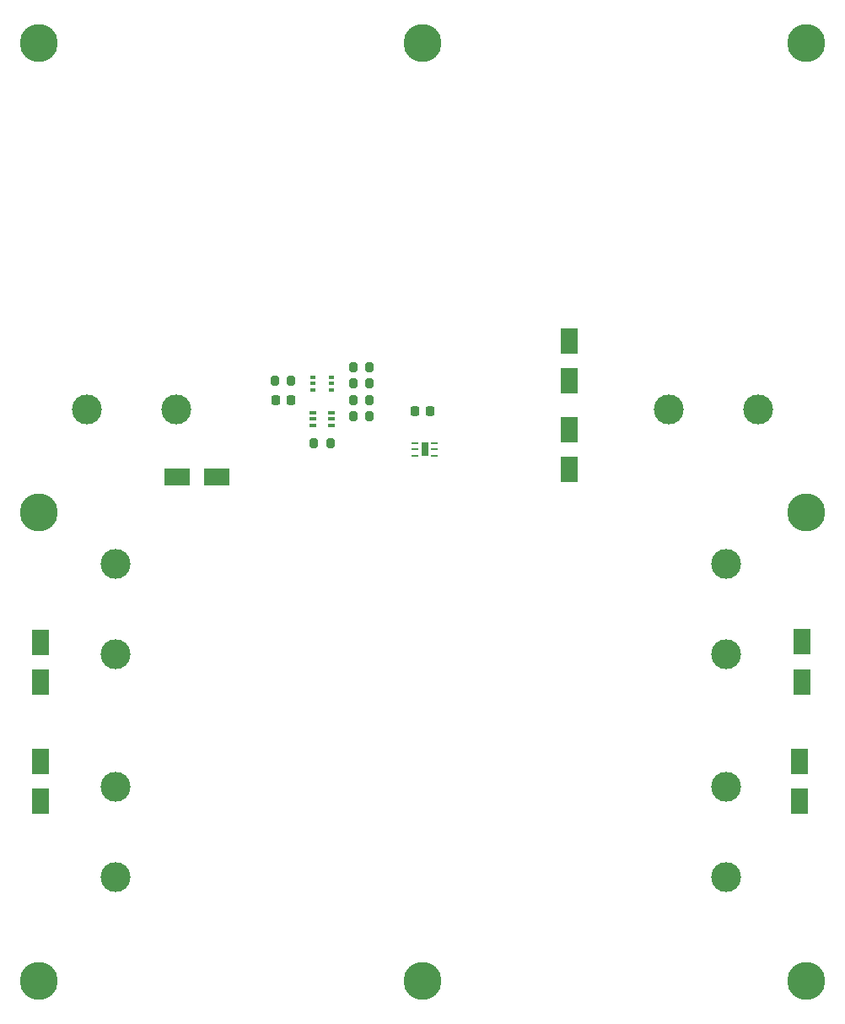
<source format=gts>
%TF.GenerationSoftware,KiCad,Pcbnew,(6.0.5)*%
%TF.CreationDate,2022-07-09T16:18:47-07:00*%
%TF.ProjectId,solar-panel-side-Y-minus,736f6c61-722d-4706-916e-656c2d736964,rev?*%
%TF.SameCoordinates,Original*%
%TF.FileFunction,Soldermask,Top*%
%TF.FilePolarity,Negative*%
%FSLAX46Y46*%
G04 Gerber Fmt 4.6, Leading zero omitted, Abs format (unit mm)*
G04 Created by KiCad (PCBNEW (6.0.5)) date 2022-07-09 16:18:47*
%MOMM*%
%LPD*%
G01*
G04 APERTURE LIST*
G04 Aperture macros list*
%AMRoundRect*
0 Rectangle with rounded corners*
0 $1 Rounding radius*
0 $2 $3 $4 $5 $6 $7 $8 $9 X,Y pos of 4 corners*
0 Add a 4 corners polygon primitive as box body*
4,1,4,$2,$3,$4,$5,$6,$7,$8,$9,$2,$3,0*
0 Add four circle primitives for the rounded corners*
1,1,$1+$1,$2,$3*
1,1,$1+$1,$4,$5*
1,1,$1+$1,$6,$7*
1,1,$1+$1,$8,$9*
0 Add four rect primitives between the rounded corners*
20,1,$1+$1,$2,$3,$4,$5,0*
20,1,$1+$1,$4,$5,$6,$7,0*
20,1,$1+$1,$6,$7,$8,$9,0*
20,1,$1+$1,$8,$9,$2,$3,0*%
G04 Aperture macros list end*
%ADD10C,3.000000*%
%ADD11R,1.700000X2.500000*%
%ADD12C,3.800000*%
%ADD13C,2.600000*%
%ADD14RoundRect,0.225000X-0.225000X-0.250000X0.225000X-0.250000X0.225000X0.250000X-0.225000X0.250000X0*%
%ADD15R,2.500000X1.700000*%
%ADD16RoundRect,0.200000X0.200000X0.275000X-0.200000X0.275000X-0.200000X-0.275000X0.200000X-0.275000X0*%
%ADD17RoundRect,0.200000X-0.200000X-0.275000X0.200000X-0.275000X0.200000X0.275000X-0.200000X0.275000X0*%
%ADD18R,0.600000X0.400000*%
%ADD19R,0.650000X0.400000*%
%ADD20RoundRect,0.225000X0.225000X0.250000X-0.225000X0.250000X-0.225000X-0.250000X0.225000X-0.250000X0*%
%ADD21R,0.740000X0.270000*%
%ADD22R,0.650000X1.350000*%
G04 APERTURE END LIST*
D10*
X177846000Y-124786000D03*
X177846000Y-133786000D03*
D11*
X108966000Y-114268000D03*
X108966000Y-110268000D03*
X185166000Y-122206000D03*
X185166000Y-126206000D03*
X108966000Y-126206000D03*
X108966000Y-122206000D03*
D12*
X108850000Y-50214000D03*
D13*
X108850000Y-50214000D03*
D10*
X177846000Y-102434000D03*
X177846000Y-111434000D03*
D11*
X162052000Y-88932000D03*
X162052000Y-92932000D03*
D14*
X146545000Y-87122000D03*
X148095000Y-87122000D03*
D13*
X147350000Y-50214000D03*
D12*
X147350000Y-50214000D03*
D11*
X185420000Y-110236000D03*
X185420000Y-114236000D03*
D15*
X122714000Y-93726000D03*
X126714000Y-93726000D03*
D11*
X162052000Y-80042000D03*
X162052000Y-84042000D03*
D10*
X122610000Y-86914000D03*
X113610000Y-86914000D03*
X181030000Y-86914000D03*
X172030000Y-86914000D03*
D13*
X108850000Y-97214000D03*
D12*
X108850000Y-97214000D03*
D13*
X108850000Y-144214000D03*
D12*
X108850000Y-144214000D03*
D13*
X185850000Y-144214000D03*
D12*
X185850000Y-144214000D03*
D10*
X116540000Y-133786000D03*
X116540000Y-124786000D03*
D13*
X147350000Y-144214000D03*
D12*
X147350000Y-144214000D03*
D10*
X116540000Y-111434000D03*
X116540000Y-102434000D03*
D13*
X185850000Y-97214000D03*
D12*
X185850000Y-97214000D03*
X185850000Y-50214000D03*
D13*
X185850000Y-50214000D03*
D16*
X142049000Y-84328000D03*
X140399000Y-84328000D03*
X142049000Y-85979000D03*
X140399000Y-85979000D03*
X142049000Y-82677000D03*
X140399000Y-82677000D03*
D17*
X140399000Y-87630000D03*
X142049000Y-87630000D03*
X136462000Y-90297000D03*
X138112000Y-90297000D03*
D18*
X138237000Y-84978000D03*
X138237000Y-84328000D03*
X138237000Y-83678000D03*
X136337000Y-83678000D03*
X136337000Y-84328000D03*
X136337000Y-84978000D03*
D17*
X132525000Y-84074000D03*
X134175000Y-84074000D03*
D19*
X138237000Y-88534000D03*
X138237000Y-87884000D03*
X138237000Y-87234000D03*
X136337000Y-87234000D03*
X136337000Y-87884000D03*
X136337000Y-88534000D03*
D20*
X134125000Y-85979000D03*
X132575000Y-85979000D03*
D21*
X146579000Y-90282000D03*
X146579000Y-90932000D03*
X146579000Y-91582000D03*
X148569000Y-91582000D03*
X148569000Y-90932000D03*
X148569000Y-90282000D03*
D22*
X147574000Y-90932000D03*
M02*

</source>
